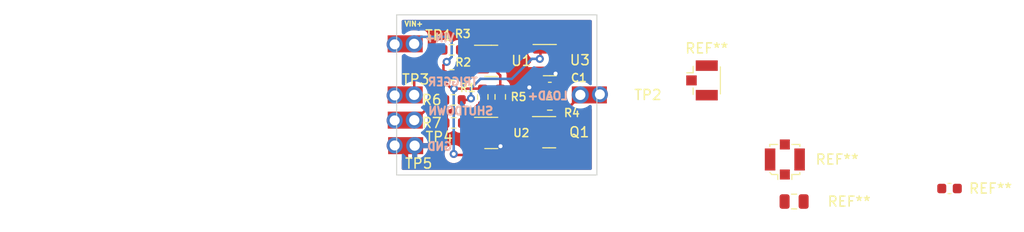
<source format=kicad_pcb>
(kicad_pcb (version 20211014) (generator pcbnew)
  (layers (0 "F.Cu" signal) (31 "B.Cu" signal) (34 "B.Paste" user) (35 "F.Paste" user) (36 "B.SilkS" user "B.Silkscreen") (37 "F.SilkS" user "F.Silkscreen") (38 "B.Mask" user) (39 "F.Mask" user) (44 "Edge.Cuts" user))
  (net 0 "")
  (net 1 "GND")
  (net 2 "Net-(Q1-Pad1)")
  (net 3 "Powerbank+")
  (net 4 "V_Load")
  (net 5 "TTP223_IO")
  (net 6 "MCU_GPIO")
  (net 7 "Net-(C1-Pad1)")
  (net 8 "Net-(R2-Pad2)")
  (net 9 "Net-(R3-Pad2)")
  (net 10 "Net-(R5-Pad1)")
  (net 11 "Net-(R6-Pad2)")
  (footprint "Resistor_SMD:R_0603_1608Metric" (layer "F.Cu") (at 135.975 86.55)
    (fp_text reference "R6" (at -2.175 0 180) (layer "F.SilkS"))
    (fp_text value "1.2k")
    (fp_line (start -0.237258 0.5225) (end 0.237258 0.5225) (layer "F.SilkS") (width 0.12))
    (fp_line (start -0.237258 -0.5225) (end 0.237258 -0.5225) (layer "F.SilkS") (width 0.12))
    (pad "1" smd roundrect locked (at -0.825 0) (size 0.8 0.95) (layers "F.Cu" "F.Paste" "F.Mask") (net 6 "MCU_GPIO"))
    (pad "2" smd roundrect locked (at 0.825 0) (size 0.8 0.95) (layers "F.Cu" "F.Paste" "F.Mask") (net 11 "Net-(R6-Pad2)"))
  )
  (footprint "Resistor_SMD:R_0603_1608Metric" (layer "F.Cu") (at 140.65 86.25 -90)
    (fp_text reference "R5" (at 0 -1.825) (layer "F.SilkS") (effects (font (size 0.8 0.8))))
    (fp_text value "1.2k")
    (fp_line (start -0.237258 -0.5225) (end 0.237258 -0.5225) (layer "F.SilkS") (width 0.12))
    (fp_line (start -0.237258 0.5225) (end 0.237258 0.5225) (layer "F.SilkS") (width 0.12))
    (pad "1" smd roundrect locked (at -0.825 0 270) (size 0.8 0.95) (layers "F.Cu" "F.Paste" "F.Mask") (net 10 "Net-(R5-Pad1)"))
    (pad "2" smd roundrect locked (at 0.825 0 270) (size 0.8 0.95) (layers "F.Cu" "F.Paste" "F.Mask") (net 7 "Net-(C1-Pad1)"))
  )
  (footprint "Resistor_SMD:R_0603_1608Metric" (layer "F.Cu") (at 136 88.85 180)
    (fp_text reference "R7" (at 2.2 0) (layer "F.SilkS"))
    (fp_text value "1.2k")
    (fp_line (start -0.237258 -0.5225) (end 0.237258 -0.5225) (layer "F.SilkS") (width 0.12))
    (fp_line (start -0.237258 0.5225) (end 0.237258 0.5225) (layer "F.SilkS") (width 0.12))
    (pad "1" smd roundrect locked (at -0.825 0 180) (size 0.8 0.95) (layers "F.Cu" "F.Paste" "F.Mask") (net 11 "Net-(R6-Pad2)"))
    (pad "2" smd roundrect locked (at 0.825 0 180) (size 0.8 0.95) (layers "F.Cu" "F.Paste" "F.Mask") (net 1 "GND"))
  )
  (footprint "Connector_Coaxial:U.FL_Hirose_U.FL-R-SMT-1_Vertical" (layer "F.Cu") (at 160.8 84.6)
    (fp_text reference "REF**" (at 0.475 -3.2) (layer "F.SilkS"))
    (fp_text value "U.FL_Hirose_U.FL-R-SMT-1_Vertical")
    (fp_line (start -0.885 -0.76) (end -1.515 -0.76) (layer "F.SilkS") (width 0.12))
    (fp_line (start 1.835 -1.35) (end 1.835 1.35) (layer "F.SilkS") (width 0.12))
    (fp_line (start -0.885 -1.4) (end -0.885 -0.76) (layer "F.SilkS") (width 0.12))
    (fp_line (start -0.885 1.4) (end -0.885 0.76) (layer "F.SilkS") (width 0.12))
    (pad "1" smd rect locked (at -1.05 0) (size 1.05 1) (layers "F.Cu" "F.Paste" "F.Mask"))
    (pad "2" smd rect locked (at 0.475 -1.475) (size 2.2 1.05) (layers "F.Cu" "F.Paste" "F.Mask"))
    (pad "2" smd rect locked (at 0.475 1.475) (size 2.2 1.05) (layers "F.Cu" "F.Paste" "F.Mask"))
  )
  (footprint "Package_TO_SOT_SMD:SOT-23" (layer "F.Cu") (at 145.5375 89.775)
    (fp_text reference "Q1" (at 3 0) (layer "F.SilkS"))
    (fp_text value "SI2301CDS-T1-GE3")
    (fp_line (start 0 1.56) (end -0.65 1.56) (layer "F.SilkS") (width 0.12))
    (fp_line (start 0 -1.56) (end 0.65 -1.56) (layer "F.SilkS") (width 0.12))
    (fp_line (start 0 1.56) (end 0.65 1.56) (layer "F.SilkS") (width 0.12))
    (fp_line (start 0 -1.56) (end -1.675 -1.56) (layer "F.SilkS") (width 0.12))
    (pad "1" smd roundrect locked (at -0.9375 -0.95) (size 1.475 0.6) (layers "F.Cu" "F.Paste" "F.Mask") (net 2 "Net-(Q1-Pad1)"))
    (pad "2" smd roundrect locked (at -0.9375 0.95) (size 1.475 0.6) (layers "F.Cu" "F.Paste" "F.Mask") (net 3 "Powerbank+"))
    (pad "3" smd roundrect locked (at 0.9375 0) (size 1.475 0.6) (layers "F.Cu" "F.Paste" "F.Mask") (net 4 "V_Load"))
  )
  (footprint "KiCad RP Pico:cast_pad" (layer "F.Cu") (at 131.846 91.12)
    (fp_text reference "TP5" (at 0.654 1.78 unlocked) (layer "F.SilkS"))
    (fp_text value "TestPoint")
    (pad "1" smd rect (at 0.254 0) (size 3.5 1.7) (drill (offset -0.9 0)) (layers "F.Cu" "F.Mask") (net 1 "GND"))
    (pad "1" thru_hole oval (at 0.254 0) (size 1.7 1.7) (drill 1.02) (layers *.Cu *.Mask) (net 1 "GND"))
  )
  (footprint "Package_TO_SOT_SMD:SOT-23" (layer "F.Cu") (at 139.75 82.65)
    (fp_text reference "U1" (at 3 0) (layer "F.SilkS"))
    (fp_text value "S8550")
    (fp_line (start 0 1.56) (end -0.65 1.56) (layer "F.SilkS") (width 0.12))
    (fp_line (start 0 -1.56) (end -1.675 -1.56) (layer "F.SilkS") (width 0.12))
    (fp_line (start 0 -1.56) (end 0.65 -1.56) (layer "F.SilkS") (width 0.12))
    (fp_line (start 0 1.56) (end 0.65 1.56) (layer "F.SilkS") (width 0.12))
    (pad "1" smd roundrect locked (at -0.9375 -0.95) (size 1.475 0.6) (layers "F.Cu" "F.Paste" "F.Mask") (net 9 "Net-(R3-Pad2)"))
    (pad "2" smd roundrect locked (at -0.9375 0.95) (size 1.475 0.6) (layers "F.Cu" "F.Paste" "F.Mask") (net 10 "Net-(R5-Pad1)"))
    (pad "3" smd roundrect locked (at 0.9375 0) (size 1.475 0.6) (layers "F.Cu" "F.Paste" "F.Mask") (net 8 "Net-(R2-Pad2)"))
  )
  (footprint "Resistor_SMD:R_0603_1608Metric" (layer "F.Cu") (at 135.8 84.05)
    (fp_text reference "R2" (at 1.15 -1.25 180) (layer "F.SilkS") (effects (font (size 0.8 0.8))))
    (fp_text value "1.2k")
    (fp_line (start -0.237258 0.5225) (end 0.237258 0.5225) (layer "F.SilkS") (width 0.12))
    (fp_line (start -0.237258 -0.5225) (end 0.237258 -0.5225) (layer "F.SilkS") (width 0.12))
    (pad "1" smd roundrect locked (at -0.825 0) (size 0.8 0.95) (layers "F.Cu" "F.Paste" "F.Mask") (net 3 "Powerbank+"))
    (pad "2" smd roundrect locked (at 0.825 0) (size 0.8 0.95) (layers "F.Cu" "F.Paste" "F.Mask") (net 8 "Net-(R2-Pad2)"))
  )
  (footprint "Resistor_SMD:R_0603_1608Metric" (layer "F.Cu") (at 135.8 81.55)
    (fp_text reference "R3" (at 1.1 -1.6) (layer "F.SilkS") (effects (font (size 0.8 0.8))))
    (fp_text value "1.2k")
    (fp_line (start -0.237258 0.5225) (end 0.237258 0.5225) (layer "F.SilkS") (width 0.12))
    (fp_line (start -0.237258 -0.5225) (end 0.237258 -0.5225) (layer "F.SilkS") (width 0.12))
    (pad "1" smd roundrect locked (at -0.825 0) (size 0.8 0.95) (layers "F.Cu" "F.Paste" "F.Mask") (net 5 "TTP223_IO"))
    (pad "2" smd roundrect locked (at 0.825 0) (size 0.8 0.95) (layers "F.Cu" "F.Paste" "F.Mask") (net 9 "Net-(R3-Pad2)"))
  )
  (footprint "Connector_Coaxial:U.FL_Molex_MCRF_73412-0110_Vertical" (layer "F.Cu") (at 169.075 92.5)
    (fp_text reference "REF**" (at 5.225 0) (layer "F.SilkS"))
    (fp_text value "U.FL_Molex_MCRF_73412-0110_Vertical")
    (fp_line (start -1.5 -1.5) (end -0.7 -1.5) (layer "F.SilkS") (width 0.12))
    (fp_line (start 1.5 -1.5) (end 1.5 -1.3) (layer "F.SilkS") (width 0.12))
    (fp_line (start 1.5 1.3) (end 1.5 1.5) (layer "F.SilkS") (width 0.12))
    (fp_line (start 0.7 -1.5) (end 1.5 -1.5) (layer "F.SilkS") (width 0.12))
    (fp_line (start -1.3 1.5) (end -1.5 1.3) (layer "F.SilkS") (width 0.12))
    (fp_line (start 0.7 1.5) (end 0.7 2) (layer "F.SilkS") (width 0.12))
    (fp_line (start 1.5 1.5) (end 0.7 1.5) (layer "F.SilkS") (width 0.12))
    (fp_line (start -0.7 1.5) (end -1.3 1.5) (layer "F.SilkS") (width 0.12))
    (fp_line (start -0.7 1.5) (end -0.7 2) (layer "F.SilkS") (width 0.12))
    (fp_line (start -1.5 -1.3) (end -1.5 -1.5) (layer "F.SilkS") (width 0.12))
    (pad "1" smd rect locked (at 0 1.5) (size 1 1) (layers "F.Cu" "F.Paste" "F.Mask"))
    (pad "2" smd rect locked (at -1.475 0) (size 1.05 2.2) (layers "F.Cu" "F.Paste" "F.Mask"))
    (pad "2" smd rect locked (at 0 -1.5) (size 1 1) (layers "F.Cu" "F.Paste" "F.Mask"))
    (pad "2" smd rect locked (at 1.475 0) (size 1.05 2.2) (layers "F.Cu" "F.Paste" "F.Mask"))
  )
  (footprint "Package_TO_SOT_SMD:SOT-23" (layer "F.Cu") (at 139.75 89.85)
    (fp_text reference "U2" (at 3 0) (layer "F.SilkS") (effects (font (size 0.8 0.8))))
    (fp_text value "S8550")
    (fp_line (start 0 1.56) (end 0.65 1.56) (layer "F.SilkS") (width 0.12))
    (fp_line (start 0 1.56) (end -0.65 1.56) (layer "F.SilkS") (width 0.12))
    (fp_line (start 0 -1.56) (end -1.675 -1.56) (layer "F.SilkS") (width 0.12))
    (fp_line (start 0 -1.56) (end 0.65 -1.56) (layer "F.SilkS") (width 0.12))
    (pad "1" smd roundrect locked (at -0.9375 -0.95) (size 1.475 0.6) (layers "F.Cu" "F.Paste" "F.Mask") (net 7 "Net-(C1-Pad1)"))
    (pad "2" smd roundrect locked (at -0.9375 0.95) (size 1.475 0.6) (layers "F.Cu" "F.Paste" "F.Mask") (net 1 "GND"))
    (pad "3" smd roundrect locked (at 0.9375 0) (size 1.475 0.6) (layers "F.Cu" "F.Paste" "F.Mask") (net 2 "Net-(Q1-Pad1)"))
  )
  (footprint "KiCad RP Pico:cast_pad" (layer "F.Cu") (at 131.796 80.95)
    (fp_text reference "TP1" (at 2.704 -0.85 unlocked) (layer "F.SilkS"))
    (fp_text value "TestPoint")
    (pad "1" thru_hole oval (at 0.254 0) (size 1.7 1.7) (drill 1.02) (layers *.Cu *.Mask) (net 3 "Powerbank+"))
    (pad "1" smd rect (at 0.254 0) (size 3.5 1.7) (drill (offset -0.9 0)) (layers "F.Cu" "F.Mask") (net 3 "Powerbank+"))
  )
  (footprint "KiCad RP Pico:cast_pad" (layer "F.Cu") (at 131.806 88.57)
    (fp_text reference "TP4" (at 2.744 1.68 unlocked) (layer "F.SilkS"))
    (fp_text value "TestPoint")
    (pad "1" thru_hole oval (at 0.254 0) (size 1.7 1.7) (drill 1.02) (layers *.Cu *.Mask) (net 6 "MCU_GPIO"))
    (pad "1" smd rect (at 0.254 0) (size 3.5 1.7) (drill (offset -0.9 0)) (layers "F.Cu" "F.Mask") (net 6 "MCU_GPIO"))
  )
  (footprint "Resistor_SMD:R_0603_1608Metric" (layer "F.Cu") (at 138.9 86.25 -90)
    (fp_text reference "R1" (at -0.9 1.5) (layer "F.SilkS") (effects (font (size 0.8 0.8))))
    (fp_text value "1.2k")
    (fp_line (start -0.237258 -0.5225) (end 0.237258 -0.5225) (layer "F.SilkS") (width 0.12))
    (fp_line (start -0.237258 0.5225) (end 0.237258 0.5225) (layer "F.SilkS") (width 0.12))
    (pad "1" smd roundrect locked (at -0.825 0 270) (size 0.8 0.95) (layers "F.Cu" "F.Paste" "F.Mask") (net 3 "Powerbank+"))
    (pad "2" smd roundrect locked (at 0.825 0 270) (size 0.8 0.95) (layers "F.Cu" "F.Paste" "F.Mask") (net 2 "Net-(Q1-Pad1)"))
  )
  (footprint "Capacitor_SMD:C_0805_2012Metric" (layer "F.Cu") (at 170 96.7)
    (fp_text reference "REF**" (at 5.5 0) (layer "F.SilkS"))
    (fp_text value "C_0805_2012Metric")
    (fp_line (start -0.261252 0.735) (end 0.261252 0.735) (layer "F.SilkS") (width 0.12))
    (fp_line (start -0.261252 -0.735) (end 0.261252 -0.735) (layer "F.SilkS") (width 0.12))
    (pad "1" smd roundrect locked (at -0.95 0) (size 1 1.45) (layers "F.Cu" "F.Paste" "F.Mask"))
    (pad "2" smd roundrect locked (at 0.95 0) (size 1 1.45) (layers "F.Cu" "F.Paste" "F.Mask"))
  )
  (footprint "Resistor_SMD:R_0603_1608Metric" (layer "F.Cu") (at 145.6 87.05)
    (fp_text reference "R4" (at 2.2 0.8) (layer "F.SilkS") (effects (font (size 0.8 0.8))))
    (fp_text value "1.2k")
    (fp_line (start -0.237258 0.5225) (end 0.237258 0.5225) (layer "F.SilkS") (width 0.12))
    (fp_line (start -0.237258 -0.5225) (end 0.237258 -0.5225) (layer "F.SilkS") (width 0.12))
    (pad "1" smd roundrect locked (at -0.825 0) (size 0.8 0.95) (layers "F.Cu" "F.Paste" "F.Mask") (net 7 "Net-(C1-Pad1)"))
    (pad "2" smd roundrect locked (at 0.825 0) (size 0.8 0.95) (layers "F.Cu" "F.Paste" "F.Mask") (net 4 "V_Load"))
  )
  (footprint "Capacitor_SMD:C_0603_1608Metric" (layer "F.Cu") (at 145.6 85.3 180)
    (fp_text reference "C1" (at -2.9 0.95) (layer "F.SilkS") (effects (font (size 0.8 0.8))))
    (fp_text value "CL10C180JB8NNNC")
    (fp_line (start -0.14058 -0.51) (end 0.14058 -0.51) (layer "F.SilkS") (width 0.12))
    (fp_line (start -0.14058 0.51) (end 0.14058 0.51) (layer "F.SilkS") (width 0.12))
    (pad "1" smd roundrect locked (at -0.775 0 180) (size 0.9 0.95) (layers "F.Cu" "F.Paste" "F.Mask") (net 7 "Net-(C1-Pad1)"))
    (pad "2" smd roundrect locked (at 0.775 0 180) (size 0.9 0.95) (layers "F.Cu" "F.Paste" "F.Mask") (net 1 "GND"))
  )
  (footprint "Capacitor_SMD:C_0603_1608Metric" (layer "F.Cu") (at 185.525 95.4)
    (fp_text reference "REF**" (at 4.1 0) (layer "F.SilkS"))
    (fp_text value "C_0603_1608Metric")
    (fp_line (start -0.14058 0.51) (end 0.14058 0.51) (layer "F.SilkS") (width 0.12))
    (fp_line (start -0.14058 -0.51) (end 0.14058 -0.51) (layer "F.SilkS") (width 0.12))
    (pad "1" smd roundrect locked (at -0.775 0) (size 0.9 0.95) (layers "F.Cu" "F.Paste" "F.Mask"))
    (pad "2" smd roundrect locked (at 0.775 0) (size 0.9 0.95) (layers "F.Cu" "F.Paste" "F.Mask"))
  )
  (footprint "KiCad RP Pico:cast_pad" (layer "F.Cu") (at 148.9 86.05 180)
    (fp_text reference "TP2" (at -6.5 0 unlocked) (layer "F.SilkS"))
    (fp_text value "TestPoint")
    (pad "1" smd rect (at 0.254 0 180) (size 3.5 1.7) (drill (offset -0.9 0)) (property pad_prop_castellated) (layers "F.Cu" "F.Mask") (net 4 "V_Load"))
    (pad "1" thru_hole oval (at 0.254 0 180) (size 1.7 1.7) (drill 1.02) (layers *.Cu *.Mask) (net 4 "V_Load"))
  )
  (footprint "KiCad RP Pico:cast_pad" (layer "F.Cu") (at 131.796 86.05)
    (fp_text reference "TP3" (at 0.404 -1.55 unlocked) (layer "F.SilkS"))
    (fp_text value "TestPoint")
    (pad "1" thru_hole oval (at 0.254 0) (size 1.7 1.7) (drill 1.02) (layers *.Cu *.Mask) (net 5 "TTP223_IO"))
    (pad "1" smd rect (at 0.254 0) (size 3.5 1.7) (drill (offset -0.9 0)) (layers "F.Cu" "F.Mask") (net 5 "TTP223_IO"))
  )
  (footprint "Package_TO_SOT_SMD:SOT-23" (layer "F.Cu") (at 145.6 82.575)
    (fp_text reference "U3" (at 3 0) (layer "F.SilkS"))
    (fp_text value "S8550")
    (fp_line (start 0 1.56) (end 0.65 1.56) (layer "F.SilkS") (width 0.12))
    (fp_line (start 0 -1.56) (end -1.675 -1.56) (layer "F.SilkS") (width 0.12))
    (fp_line (start 0 1.56) (end -0.65 1.56) (layer "F.SilkS") (width 0.12))
    (fp_line (start 0 -1.56) (end 0.65 -1.56) (layer "F.SilkS") (width 0.12))
    (pad "1" smd roundrect locked (at -0.9375 -0.95) (size 1.475 0.6) (layers "F.Cu" "F.Paste" "F.Mask") (net 11 "Net-(R6-Pad2)"))
    (pad "2" smd roundrect locked (at -0.9375 0.95) (size 1.475 0.6) (layers "F.Cu" "F.Paste" "F.Mask") (net 1 "GND"))
    (pad "3" smd roundrect locked (at 0.9375 0) (size 1.475 0.6) (layers "F.Cu" "F.Paste" "F.Mask") (net 7 "Net-(C1-Pad1)"))
  )
  (gr_line (start 150.3 78.05) (end 130.3 78.05) (layer "Edge.Cuts") (width 0.1))
  (gr_line (start 150.3 94.05) (end 150.3 78.05) (layer "Edge.Cuts") (width 0.1))
  (gr_line (start 130.3 78.05) (end 130.3 94.05) (layer "Edge.Cuts") (width 0.1))
  (gr_line (start 130.3 94.05) (end 150.3 94.05) (layer "Edge.Cuts") (width 0.1))
  (gr_text "TRIGGER" (at 135.9 84.75) (layer "B.SilkS") (effects (font (size 0.8 0.8) (thickness 0.2)) (justify mirror)))
  (gr_text "SHUTDOWN" (at 136.7 87.65) (layer "B.SilkS") (effects (font (size 0.8 0.8) (thickness 0.2)) (justify mirror)))
  (gr_text "GND" (at 134.6 91.2) (layer "B.SilkS") (effects (font (size 0.8 0.8) (thickness 0.2)) (justify mirror)))
  (gr_text "VIN+" (at 134.6 80.35) (layer "B.SilkS") (effects (font (size 0.8 0.8) (thickness 0.2)) (justify mirror)))
  (gr_text "LOAD+" (at 145.4 86.15) (layer "B.SilkS") (effects (font (size 0.8 0.8) (thickness 0.2)) (justify mirror)))
  (gr_text "VIN+" (at 132 78.95) (layer "F.SilkS") (effects (font (size 0.5 0.5) (thickness 0.125))))
  (segment (start 169.05 96.7) (end 169.075 96.675) (width 0.25) (layer "F.Cu") (net 0))
  (segment (start 143.55 85.3) (end 143.3 85.3) (width 0.25) (layer "F.Cu") (net 1))
  (segment (start 144.825 84.275) (end 144.825 83.6875) (width 0.25) (layer "F.Cu") (net 1))
  (segment (start 138.8125 90.8) (end 140.3 90.8) (width 0.25) (layer "F.Cu") (net 1))
  (segment (start 145.825 84.275) (end 146.175 83.925) (width 0.25) (layer "F.Cu") (net 1))
  (segment (start 144.825 84.275) (end 145.825 84.275) (width 0.25) (layer "F.Cu") (net 1))
  (segment (start 144.825 83.6875) (end 144.6625 83.525) (width 0.25) (layer "F.Cu") (net 1))
  (segment (start 140.3 90.8) (end 140.675 91.175) (width 0.25) (layer "F.Cu") (net 1))
  (segment (start 144.825 85.3) (end 143.55 85.3) (width 0.25) (layer "F.Cu") (net 1))
  (segment (start 140.675 91.175) (end 140.8 91.3) (width 0.25) (layer "F.Cu") (net 1))
  (segment (start 146.175 83.925) (end 146.3 83.8) (width 0.25) (layer "F.Cu") (net 1))
  (segment (start 144.825 85.3) (end 144.825 84.275) (width 0.25) (layer "F.Cu") (net 1))
  (via (at 146.175 83.925) (size 0.8) (drill 0.4) (layers "F.Cu" "B.Cu") (net 1))
  (via (at 140.675 91.175) (size 0.8) (drill 0.4) (layers "F.Cu" "B.Cu") (net 1))
  (via (at 143.55 85.3) (size 0.8) (drill 0.4) (layers "F.Cu" "B.Cu") (net 1))
  (via (at 130.1 91.1) (size 1.6) (drill 1) (layers "F.Cu" "B.Cu") (net 1))
  (segment (start 137.6 87.85) (end 138.375 87.075) (width 0.25) (layer "F.Cu") (net 2))
  (segment (start 142 89.85) (end 143.025 88.825) (width 0.25) (layer "F.Cu") (net 2))
  (segment (start 140.6875 89.85) (end 138.2 89.85) (width 0.25) (layer "F.Cu") (net 2))
  (segment (start 140.6875 89.85) (end 142 89.85) (width 0.25) (layer "F.Cu") (net 2))
  (segment (start 143.025 88.825) (end 144.6 88.825) (width 0.25) (layer "F.Cu") (net 2))
  (segment (start 137.6 89.25) (end 137.6 87.85) (width 0.25) (layer "F.Cu") (net 2))
  (segment (start 138.2 89.85) (end 137.6 89.25) (width 0.25) (layer "F.Cu") (net 2))
  (segment (start 138.375 87.075) (end 138.9 87.075) (width 0.25) (layer "F.Cu") (net 2))
  (segment (start 134.975 84.05) (end 134.975 84.625) (width 0.25) (layer "F.Cu") (net 3))
  (segment (start 136.025 85.425) (end 138.9 85.425) (width 0.25) (layer "F.Cu") (net 3))
  (segment (start 136.1 92.05) (end 136 91.95) (width 0.25) (layer "F.Cu") (net 3))
  (segment (start 135.775 85.425) (end 136.025 85.425) (width 0.25) (layer "F.Cu") (net 3))
  (segment (start 134.975 84.05) (end 134.975 83.075) (width 0.25) (layer "F.Cu") (net 3))
  (segment (start 135 83.05) (end 135.3 82.75) (width 0.25) (layer "F.Cu") (net 3))
  (segment (start 134.975 83.075) (end 135 83.05) (width 0.25) (layer "F.Cu") (net 3))
  (segment (start 143.125 90.725) (end 141.8 92.05) (width 0.25) (layer "F.Cu") (net 3))
  (segment (start 137.8 92.05) (end 136.1 92.05) (width 0.25) (layer "F.Cu") (net 3))
  (segment (start 141.8 92.05) (end 137.8 92.05) (width 0.25) (layer "F.Cu") (net 3))
  (segment (start 144.6 90.725) (end 143.125 90.725) (width 0.25) (layer "F.Cu") (net 3))
  (segment (start 134.975 84.625) (end 135.775 85.425) (width 0.25) (layer "F.Cu") (net 3))
  (via (at 135.3 82.75) (size 0.8) (drill 0.4) (layers "F.Cu" "B.Cu") (net 3))
  (via (at 136.025 85.425) (size 0.8) (drill 0.4) (layers "F.Cu" "B.Cu") (net 3))
  (via (at 130.1 81) (size 1.6) (drill 1) (layers "F.Cu" "B.Cu") (net 3))
  (via (at 136 91.95) (size 0.8) (drill 0.4) (layers "F.Cu" "B.Cu") (net 3))
  (segment (start 136 85.45) (end 136 91.95) (width 0.25) (layer "B.Cu") (net 3))
  (segment (start 135.8 80.65) (end 135.4 80.25) (width 0.25) (layer "B.Cu") (net 3))
  (segment (start 132.75 80.25) (end 132.05 80.95) (width 0.25) (layer "B.Cu") (net 3))
  (segment (start 136.025 85.425) (end 136 85.45) (width 0.25) (layer "B.Cu") (net 3))
  (segment (start 135.8 82.25) (end 135.3 82.75) (width 0.25) (layer "B.Cu") (net 3))
  (segment (start 135.8 82.25) (end 135.8 80.65) (width 0.25) (layer "B.Cu") (net 3))
  (segment (start 135.4 80.25) (end 132.75 80.25) (width 0.25) (layer "B.Cu") (net 3))
  (segment (start 147 87.05) (end 147.2 87.05) (width 0.25) (layer "F.Cu") (net 4))
  (segment (start 147.746 87.05) (end 148.646 86.15) (width 0.25) (layer "F.Cu") (net 4))
  (segment (start 147.475 89.775) (end 146.475 89.775) (width 0.25) (layer "F.Cu") (net 4))
  (segment (start 148 87.85) (end 148 89.25) (width 0.25) (layer "F.Cu") (net 4))
  (segment (start 148 89.25) (end 147.475 89.775) (width 0.25) (layer "F.Cu") (net 4))
  (segment (start 147.2 87.05) (end 148 87.85) (width 0.25) (layer "F.Cu") (net 4))
  (segment (start 147 87.05) (end 147.746 87.05) (width 0.25) (layer "F.Cu") (net 4))
  (segment (start 146.425 87.05) (end 147 87.05) (width 0.25) (layer "F.Cu") (net 4))
  (via (at 150.6 86) (size 1.6) (drill 1) (layers "F.Cu" "B.Cu") (net 4))
  (segment (start 134.975 81.55) (end 132.054 84.471) (width 0.25) (layer "F.Cu") (net 5))
  (segment (start 132.054 84.471) (end 132.054 86.046) (width 0.25) (layer "F.Cu") (net 5))
  (segment (start 132.054 86.046) (end 132.05 86.05) (width 0.25) (layer "F.Cu") (net 5))
  (via (at 130.1 86.1) (size 1.6) (drill 1) (layers "F.Cu" "B.Cu") (net 5))
  (segment (start 132.18 88.57) (end 132.1 88.57) (width 0.25) (layer "F.Cu") (net 6))
  (segment (start 134.2 86.55) (end 135.15 86.55) (width 0.25) (layer "F.Cu") (net 6))
  (segment (start 134.2 86.55) (end 132.18 88.57) (width 0.25) (layer "F.Cu") (net 6))
  (via (at 130.1 88.6) (size 1.6) (drill 1) (layers "F.Cu" "B.Cu") (net 6))
  (segment (start 140.65 87.075) (end 140.65 88.2) (width 0.25) (layer "F.Cu") (net 7))
  (segment (start 147.8 83.05) (end 147.8 84.55) (width 0.25) (layer "F.Cu") (net 7))
  (segment (start 147.05 85.3) (end 146.375 85.3) (width 0.25) (layer "F.Cu") (net 7))
  (segment (start 146.5375 82.575) (end 147.325 82.575) (width 0.25) (layer "F.Cu") (net 7))
  (segment (start 139.95 88.9) (end 138.8125 88.9) (width 0.25) (layer "F.Cu") (net 7))
  (segment (start 140.65 87.075) (end 144.75 87.075) (width 0.25) (layer "F.Cu") (net 7))
  (segment (start 144.75 87.075) (end 144.775 87.05) (width 0.25) (layer "F.Cu") (net 7))
  (segment (start 144.775 87.05) (end 144.775 86.9) (width 0.25) (layer "F.Cu") (net 7))
  (segment (start 147.325 82.575) (end 147.8 83.05) (width 0.25) (layer "F.Cu") (net 7))
  (segment (start 147.8 84.55) (end 147.05 85.3) (width 0.25) (layer "F.Cu") (net 7))
  (segment (start 140.65 88.2) (end 139.95 88.9) (width 0.25) (layer "F.Cu") (net 7))
  (segment (start 144.775 86.9) (end 146.375 85.3) (width 0.25) (layer "F.Cu") (net 7))
  (segment (start 136.625 84.05) (end 136.625 83.425) (width 0.25) (layer "F.Cu") (net 8))
  (segment (start 136.625 83.425) (end 137.4 82.65) (width 0.25) (layer "F.Cu") (net 8))
  (segment (start 140.6875 82.6625) (end 140.6875 82.65) (width 0.25) (layer "F.Cu") (net 8))
  (segment (start 137.4 82.65) (end 140.6875 82.65) (width 0.25) (layer "F.Cu") (net 8))
  (segment (start 138.8125 81.7) (end 136.775 81.7) (width 0.25) (layer "F.Cu") (net 9))
  (segment (start 136.775 81.7) (end 136.625 81.55) (width 0.25) (layer "F.Cu") (net 9))
  (segment (start 138.7625 81.65) (end 138.8125 81.7) (width 0.25) (layer "F.Cu") (net 9))
  (segment (start 140.15 83.6) (end 140.65 84.1) (width 0.25) (layer "F.Cu") (net 10))
  (segment (start 138.8125 83.6) (end 140.15 83.6) (width 0.25) (layer "F.Cu") (net 10))
  (segment (start 140.65 84.1) (end 140.65 85.425) (width 0.25) (layer "F.Cu") (net 10))
  (segment (start 138.225 83.325) (end 138.8125 83.325) (width 0.25) (layer "F.Cu") (net 10))
  (segment (start 144.6625 82.3875) (end 144.6 82.45) (width 0.25) (layer "F.Cu") (net 11))
  (segment (start 136.8 88.825) (end 136.825 88.85) (width 0.25) (layer "F.Cu") (net 11))
  (segment (start 144.6625 81.625) (end 144.6625 82.3875) (width 0.25) (layer "F.Cu") (net 11))
  (segment (start 136.8 86.55) (end 136.8 88.825) (width 0.25) (layer "F.Cu") (net 11))
  (segment (start 137.575 86.55) (end 137.725 86.4) (width 0.25) (layer "F.Cu") (net 11))
  (segment (start 136.8 86.55) (end 137.575 86.55) (width 0.25) (layer "F.Cu") (net 11))
  (via (at 137.725 86.4) (size 0.8) (drill 0.4) (layers "F.Cu" "B.Cu") (net 11))
  (via (at 144.6 82.45) (size 0.8) (drill 0.4) (layers "F.Cu" "B.Cu") (net 11))
  (segment (start 138.67 84.45) (end 141.8 84.45) (width 0.25) (layer "B.Cu") (net 11))
  (segment (start 137.725 85.395) (end 138.67 84.45) (width 0.25) (layer "B.Cu") (net 11))
  (segment (start 137.725 86.4) (end 137.725 85.395) (width 0.25) (layer "B.Cu") (net 11))
  (segment (start 143.8 82.45) (end 144.6 82.45) (width 0.25) (layer "B.Cu") (net 11))
  (segment (start 141.8 84.45) (end 143.8 82.45) (width 0.25) (layer "B.Cu") (net 11))
  (zone (net 1) (net_name "GND") (layer "F.Cu") (connect_pads (clearance 0.508)) (min_thickness 0.254) (fill yes (thermal_gap 0.508) (thermal_bridge_width 0.508))
    (polygon (pts (xy 150.3 94.05) (xy 130.3 94.05) (xy 130.3 78.05) (xy 150.3 78.05)))
  )
  (zone (net 1) (net_name "GND") (layer "B.Cu") (connect_pads (clearance 0.508)) (min_thickness 0.254) (fill yes (thermal_gap 0.508) (thermal_bridge_width 0.508))
    (polygon (pts (xy 150.3 94.05) (xy 130.3 94.05) (xy 130.3 78.05) (xy 150.3 78.05)))
  )
)
</source>
